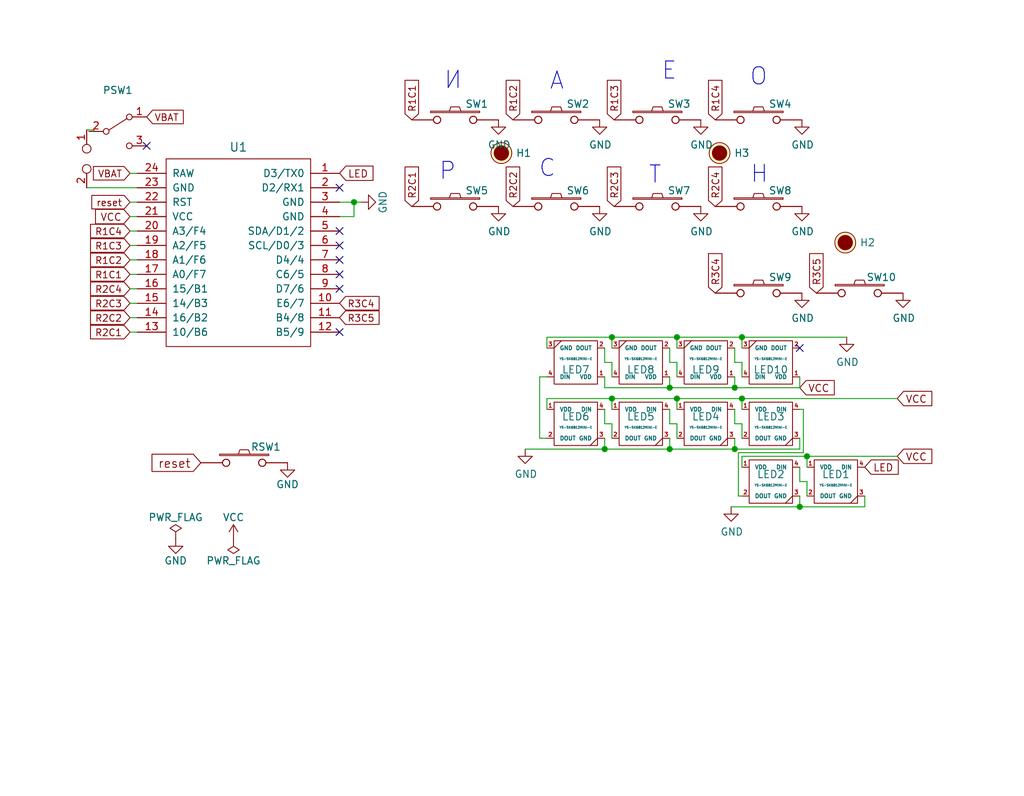
<source format=kicad_sch>
(kicad_sch (version 20250114) (generator "eeschema") (generator_version "9.0")
  (paper "User" 180.01 140.005)
  (title_block (title "РИСАТЕНО") (date "2021-02-28") (rev "0.5.2") (company "Aroum"))
  (lib_symbols
    (symbol "Connector:TestPoint_2Pole" (pin_names (offset 0.762) (hide yes))
      (property "Reference" "TP" (at 0 1.524 0))
      (property "Value" "TestPoint_2Pole" (at 0 -1.778 0))
      (symbol "TestPoint_2Pole_0_1"
        (circle (center -1.778 0) (radius 0.762))
        (circle (center 1.778 0) (radius 0.762))
        (pin passive line (at -5.08 0 0) (length 2.54) (name "1") (number "1"))
        (pin passive line (at 5.08 0 180) (length 2.54) (name "2") (number "2"))
      )
    )
    (symbol "PNCATEHO:ProMicro_r" (pin_names (offset 1.016))
      (property "Reference" "U" (at 1.27 22.86 0))
      (property "Value" "ProMicro_r" (at 1.27 -15.24 0))
      (symbol "ProMicro_r_0_1"
        (rectangle (start 13.97 20.32) (end -11.43 -12.7))
      )
      (symbol "ProMicro_r_1_1"
        (pin power_out line (at -16.51 17.78 0) (length 5.08) (name "RAW") (number "24"))
        (pin power_in line (at -16.51 15.24 0) (length 5.08) (name "GND") (number "23"))
        (pin input line (at -16.51 12.7 0) (length 5.08) (name "RST") (number "22"))
        (pin power_in line (at -16.51 10.16 0) (length 5.08) (name "VCC") (number "21"))
        (pin bidirectional line (at -16.51 7.62 0) (length 5.08) (name "A3/F4") (number "20"))
        (pin bidirectional line (at -16.51 5.08 0) (length 5.08) (name "A2/F5") (number "19"))
        (pin bidirectional line (at -16.51 2.54 0) (length 5.08) (name "A1/F6") (number "18"))
        (pin bidirectional line (at -16.51 0 0) (length 5.08) (name "A0/F7") (number "17"))
        (pin bidirectional line (at -16.51 -2.54 0) (length 5.08) (name "15/B1") (number "16"))
        (pin bidirectional line (at -16.51 -5.08 0) (length 5.08) (name "14/B3") (number "15"))
        (pin bidirectional line (at -16.51 -7.62 0) (length 5.08) (name "16/B2") (number "14"))
        (pin bidirectional line (at -16.51 -10.16 0) (length 5.08) (name "10/B6") (number "13"))
        (pin bidirectional line (at 19.05 17.78 180) (length 5.08) (name "D3/TX0") (number "1"))
        (pin bidirectional line (at 19.05 15.24 180) (length 5.08) (name "D2/RX1") (number "2"))
        (pin power_in line (at 19.05 12.7 180) (length 5.08) (name "GND") (number "3"))
        (pin power_in line (at 19.05 10.16 180) (length 5.08) (name "GND") (number "4"))
        (pin bidirectional line (at 19.05 7.62 180) (length 5.08) (name "SDA/D1/2") (number "5"))
        (pin bidirectional line (at 19.05 5.08 180) (length 5.08) (name "SCL/D0/3") (number "6"))
        (pin bidirectional line (at 19.05 2.54 180) (length 5.08) (name "D4/4") (number "7"))
        (pin bidirectional line (at 19.05 0 180) (length 5.08) (name "C6/5") (number "8"))
        (pin bidirectional line (at 19.05 -2.54 180) (length 5.08) (name "D7/6") (number "9"))
        (pin bidirectional line (at 19.05 -5.08 180) (length 5.08) (name "E6/7") (number "10"))
        (pin bidirectional line (at 19.05 -7.62 180) (length 5.08) (name "B4/8") (number "11"))
        (pin bidirectional line (at 19.05 -10.16 180) (length 5.08) (name "B5/9") (number "12"))
      )
    )
    (symbol "PNCATEHO:SW_PUSH" (pin_numbers (hide yes)) (pin_names (offset 1.016) (hide yes))
      (property "Reference" "SW" (at 3.81 2.794 0))
      (property "Value" "SW_PUSH" (at 0 -2.032 0))
      (symbol "SW_PUSH_0_1"
        (rectangle (start -4.318 1.27) (end 4.318 1.524))
        (polyline (pts (xy -1.016 1.524) (xy -0.762 2.286) (xy 0.762 2.286) (xy 1.016 1.524)))
        (pin passive inverted (at -7.62 0 0) (length 5.08) (name "1") (number "1"))
        (pin passive inverted (at 7.62 0 180) (length 5.08) (name "2") (number "2"))
      )
    )
    (symbol "PNCATEHO:YS-SK6812MINI-E" (pin_names (offset 1.016))
      (property "Reference" "LED" (at 0 0 0))
      (property "Value" "YS-SK6812MINI-E" (at 0 -1.524 0))
      (symbol "YS-SK6812MINI-E_0_1"
        (rectangle (start -3.81 3.81) (end 3.81 -3.81))
        (polyline (pts (xy 2.54 -3.81) (xy 3.81 -2.54)))
      )
      (symbol "YS-SK6812MINI-E_1_1"
        (pin power_in line (at -5.08 2.54 0) (length 1.1938) (name "VDD") (number "1"))
        (pin output line (at -5.08 -2.54 0) (length 1.1938) (name "DOUT") (number "2"))
        (pin input line (at 5.08 2.54 180) (length 1.1938) (name "DIN") (number "4"))
        (pin power_in line (at 5.08 -2.54 180) (length 1.1938) (name "GND") (number "3"))
      )
    )
    (symbol "Switch:SW_SPDT" (pin_names (offset 0) (hide yes))
      (property "Reference" "SW" (at 0 4.318 0))
      (property "Value" "SW_SPDT" (at 0 -5.08 0))
      (symbol "SW_SPDT_0_0"
        (circle (center -2.032 0) (radius 0.508))
        (circle (center 2.032 -2.54) (radius 0.508))
      )
      (symbol "SW_SPDT_0_1"
        (polyline (pts (xy -1.524 0.254) (xy 1.651 2.286)))
        (circle (center 2.032 2.54) (radius 0.508))
      )
      (symbol "SW_SPDT_1_1"
        (pin passive line (at -5.08 0 0) (length 2.54) (name "B") (number "2"))
        (pin passive line (at 5.08 2.54 180) (length 2.54) (name "A") (number "1"))
        (pin passive line (at 5.08 -2.54 180) (length 2.54) (name "C") (number "3"))
      )
    )
    (symbol "kbd:Hole" (pin_names (offset 1.016))
      (property "Reference" "H" (at 0 0 0))
      (symbol "Hole_0_1"
        (circle (center 0 0) (radius 1.27) (fill (type outline)))
        (circle (center 0 0) (radius 1.8288) (fill (type background)))
      )
    )
    (symbol "power:GND" (power) (pin_names (offset 0))
      (property "Value" "GND" (at 0 -3.81 0))
      (symbol "GND_0_1"
        (polyline (pts (xy 0 0) (xy 0 -1.27) (xy 1.27 -1.27) (xy 0 -2.54) (xy -1.27 -1.27) (xy 0 -1.27)))
      )
      (symbol "GND_1_1"
        (pin power_in line (at 0 0 270) (length 0) (hide yes) (name "GND") (number "1"))
      )
    )
    (symbol "power:PWR_FLAG" (power) (pin_numbers (hide yes)) (pin_names (offset 0) (hide yes))
      (property "Value" "PWR_FLAG" (at 0 3.81 0))
      (symbol "PWR_FLAG_0_0"
        (pin power_out line (at 0 0 90) (length 0) (name "pwr") (number "1"))
      )
      (symbol "PWR_FLAG_0_1"
        (polyline (pts (xy 0 0) (xy 0 1.27) (xy -1.016 1.905) (xy 0 2.54) (xy 1.016 1.905) (xy 0 1.27)))
      )
    )
    (symbol "power:VCC" (power) (pin_names (offset 0))
      (property "Value" "VCC" (at 0 3.81 0))
      (symbol "VCC_0_1"
        (polyline (pts (xy -0.762 1.27) (xy 0 2.54)))
        (polyline (pts (xy 0 2.54) (xy 0.762 1.27)))
        (polyline (pts (xy 0 0) (xy 0 2.54)))
      )
      (symbol "VCC_1_1"
        (pin power_in line (at 0 0 90) (length 0) (hide yes) (name "VCC") (number "1"))
      )
    )
  )
  (text "И\n" (at 77.978 16.002 0) (effects (font (size 3 3)) (justify left bottom)))
  (text "Т\n" (at 113.919 32.639 0) (effects (font (size 3 3)) (justify left bottom)))
  (text "Н\n" (at 131.826 32.512 0) (effects (font (size 3 3)) (justify left bottom)))
  (text "Р" (at 77.089 32.004 0) (effects (font (size 3 3)) (justify left bottom)))
  (text "Е" (at 116.205 14.351 0) (effects (font (size 3 3)) (justify left bottom)))
  (text "О\n" (at 131.699 15.367 0) (effects (font (size 3 3)) (justify left bottom)))
  (text "А\n" (at 96.52 16.129 0) (effects (font (size 3 3)) (justify left bottom)))
  (text "С" (at 94.615 31.496 0) (effects (font (size 3 3)) (justify left bottom)))
  (junction (at 62.23 35.56))
  (junction (at 130.429 59.309))
  (junction (at 118.999 59.309))
  (junction (at 129.159 78.994))
  (junction (at 129.159 68.199))
  (junction (at 130.429 70.104))
  (junction (at 140.589 89.154))
  (junction (at 118.999 70.104))
  (junction (at 141.859 80.264))
  (junction (at 107.569 70.104))
  (junction (at 117.729 68.199))
  (junction (at 117.729 78.994))
  (junction (at 107.569 59.309))
  (junction (at 106.299 78.994))
  (no_connect (at 25.781 25.654))
  (no_connect (at 59.69 40.64))
  (no_connect (at 140.589 61.214))
  (no_connect (at 59.69 58.42))
  (no_connect (at 59.69 33.02))
  (no_connect (at 59.69 48.26))
  (no_connect (at 59.69 50.8))
  (no_connect (at 59.69 43.18))
  (no_connect (at 59.69 45.72))
  (wire (pts (xy 96.139 70.104) (xy 96.139 72.009)))
  (wire (pts (xy 107.569 77.089) (xy 107.569 74.549)))
  (wire (pts (xy 96.139 77.089) (xy 94.869 77.089)))
  (wire (pts (xy 140.589 89.154) (xy 152.019 89.154)))
  (wire (pts (xy 24.13 55.88) (xy 22.86 55.88)))
  (wire (pts (xy 118.999 63.754) (xy 117.729 63.754)))
  (wire (pts (xy 118.999 66.294) (xy 118.999 63.754)))
  (wire (pts (xy 152.019 87.249) (xy 152.019 89.154)))
  (wire (pts (xy 129.159 68.199) (xy 140.589 68.199)))
  (wire (pts (xy 106.299 63.754) (xy 106.299 61.214)))
  (wire (pts (xy 24.13 48.26) (xy 22.86 48.26)))
  (wire (pts (xy 118.999 70.104) (xy 107.569 70.104)))
  (wire (pts (xy 141.859 87.249) (xy 141.859 84.709)))
  (wire (pts (xy 107.569 74.549) (xy 106.299 74.549)))
  (wire (pts (xy 24.13 30.48) (xy 22.86 30.48)))
  (wire (pts (xy 129.159 78.994) (xy 117.729 78.994)))
  (wire (pts (xy 130.429 74.549) (xy 129.159 74.549)))
  (wire (pts (xy 140.589 89.154) (xy 128.524 89.154)))
  (wire (pts (xy 130.429 87.249) (xy 129.794 87.249)))
  (wire (pts (xy 130.429 82.169) (xy 130.429 80.264)))
  (wire (pts (xy 24.13 43.18) (xy 22.86 43.18)))
  (wire (pts (xy 129.159 74.549) (xy 129.159 72.009)))
  (wire (pts (xy 118.999 70.104) (xy 118.999 72.009)))
  (wire (pts (xy 24.13 53.34) (xy 22.86 53.34)))
  (wire (pts (xy 107.569 59.309) (xy 96.139 59.309)))
  (wire (pts (xy 106.299 66.294) (xy 106.299 68.199)))
  (wire (pts (xy 118.999 77.089) (xy 118.999 74.549)))
  (wire (pts (xy 106.299 74.549) (xy 106.299 72.009)))
  (wire (pts (xy 22.86 35.56) (xy 24.13 35.56)))
  (wire (pts (xy 117.729 68.199) (xy 129.159 68.199)))
  (wire (pts (xy 157.734 70.104) (xy 130.429 70.104)))
  (wire (pts (xy 129.794 79.629) (xy 141.224 79.629)))
  (wire (pts (xy 62.23 35.56) (xy 62.23 38.1)))
  (wire (pts (xy 130.429 59.309) (xy 118.999 59.309)))
  (wire (pts (xy 15.24 33.02) (xy 24.13 33.02)))
  (wire (pts (xy 140.589 72.009) (xy 141.224 72.009)))
  (wire (pts (xy 129.794 87.249) (xy 129.794 79.629)))
  (wire (pts (xy 107.569 70.104) (xy 96.139 70.104)))
  (wire (pts (xy 130.429 63.754) (xy 129.159 63.754)))
  (wire (pts (xy 130.429 80.264) (xy 141.859 80.264)))
  (wire (pts (xy 118.999 59.309) (xy 118.999 61.214)))
  (wire (pts (xy 117.729 68.199) (xy 117.729 66.294)))
  (wire (pts (xy 94.869 66.294) (xy 96.139 66.294)))
  (wire (pts (xy 118.999 59.309) (xy 107.569 59.309)))
  (wire (pts (xy 140.589 87.249) (xy 140.589 89.154)))
  (wire (pts (xy 62.23 35.56) (xy 59.69 35.56)))
  (wire (pts (xy 117.729 74.549) (xy 117.729 72.009)))
  (wire (pts (xy 24.13 40.64) (xy 22.86 40.64)))
  (wire (pts (xy 130.429 77.089) (xy 130.429 74.549)))
  (wire (pts (xy 107.569 66.294) (xy 107.569 63.754)))
  (wire (pts (xy 94.869 66.294) (xy 94.869 77.089)))
  (wire (pts (xy 24.13 38.1) (xy 22.86 38.1)))
  (wire (pts (xy 96.139 59.309) (xy 96.139 61.214)))
  (wire (pts (xy 118.999 74.549) (xy 117.729 74.549)))
  (wire (pts (xy 107.569 63.754) (xy 106.299 63.754)))
  (wire (pts (xy 117.729 78.994) (xy 106.299 78.994)))
  (wire (pts (xy 59.69 38.1) (xy 62.23 38.1)))
  (wire (pts (xy 141.224 72.009) (xy 141.224 79.629)))
  (wire (pts (xy 62.23 35.56) (xy 63.5 35.56)))
  (wire (pts (xy 106.299 78.994) (xy 92.329 78.994)))
  (wire (pts (xy 129.159 68.199) (xy 129.159 66.294)))
  (wire (pts (xy 130.429 59.309) (xy 148.844 59.309)))
  (wire (pts (xy 24.13 50.8) (xy 22.86 50.8)))
  (wire (pts (xy 141.859 80.264) (xy 141.859 82.169)))
  (wire (pts (xy 107.569 59.309) (xy 107.569 61.214)))
  (wire (pts (xy 107.569 70.104) (xy 107.569 72.009)))
  (wire (pts (xy 15.24 22.86) (xy 16.51 22.86)))
  (wire (pts (xy 130.429 70.104) (xy 118.999 70.104)))
  (wire (pts (xy 129.159 78.994) (xy 129.159 77.089)))
  (wire (pts (xy 141.859 84.709) (xy 140.589 84.709)))
  (wire (pts (xy 130.429 72.009) (xy 130.429 70.104)))
  (wire (pts (xy 117.729 63.754) (xy 117.729 61.214)))
  (wire (pts (xy 16.51 23.114) (xy 15.621 23.114)))
  (wire (pts (xy 129.159 63.754) (xy 129.159 61.214)))
  (wire (pts (xy 141.859 80.264) (xy 157.734 80.264)))
  (wire (pts (xy 117.729 78.994) (xy 117.729 77.089)))
  (wire (pts (xy 140.589 84.709) (xy 140.589 82.169)))
  (wire (pts (xy 140.589 78.994) (xy 129.159 78.994)))
  (wire (pts (xy 140.589 77.089) (xy 140.589 78.994)))
  (wire (pts (xy 16.51 22.86) (xy 16.51 23.114)))
  (wire (pts (xy 106.299 78.994) (xy 106.299 77.089)))
  (wire (pts (xy 130.429 66.294) (xy 130.429 63.754)))
  (wire (pts (xy 24.13 58.42) (xy 22.86 58.42)))
  (wire (pts (xy 106.299 68.199) (xy 117.729 68.199)))
  (wire (pts (xy 140.589 68.199) (xy 140.589 66.294)))
  (wire (pts (xy 24.13 45.72) (xy 22.86 45.72)))
  (wire (pts (xy 130.429 61.214) (xy 130.429 59.309)))
  (global_label "R2C2" (shape input) (at 22.86 55.88 180) (effects (font (size 1.1938 1.1938))) (property "Intersheetrefs" "${INTERSHEET_REFS}" (effects (hide yes))))
  (global_label "VCC" (shape input) (at 157.734 80.264 0) (property "Intersheetrefs" "${INTERSHEET_REFS}" (effects (hide yes))))
  (global_label "VBAT" (shape input) (at 22.86 30.48 180) (effects (font (size 1.1938 1.1938))) (property "Intersheetrefs" "${INTERSHEET_REFS}" (effects (hide yes))))
  (global_label "R1C3" (shape input) (at 22.86 43.18 180) (effects (font (size 1.1938 1.1938))) (property "Intersheetrefs" "${INTERSHEET_REFS}" (effects (hide yes))))
  (global_label "R1C1" (shape input) (at 22.86 48.26 180) (effects (font (size 1.1938 1.1938))) (property "Intersheetrefs" "${INTERSHEET_REFS}" (effects (hide yes))))
  (global_label "R3C5" (shape input) (at 143.51 51.562 90) (effects (font (size 1.1938 1.1938))) (property "Intersheetrefs" "${INTERSHEET_REFS}" (effects (hide yes))))
  (global_label "R1C2" (shape input) (at 22.86 45.72 180) (effects (font (size 1.1938 1.1938))) (property "Intersheetrefs" "${INTERSHEET_REFS}" (effects (hide yes))))
  (global_label "R3C4" (shape input) (at 59.69 53.34 0) (effects (font (size 1.1938 1.1938))) (property "Intersheetrefs" "${INTERSHEET_REFS}" (effects (hide yes))))
  (global_label "VCC" (shape input) (at 140.589 68.199 0) (property "Intersheetrefs" "${INTERSHEET_REFS}" (effects (hide yes))))
  (global_label "LED" (shape input) (at 152.019 82.169 0) (property "Intersheetrefs" "${INTERSHEET_REFS}" (effects (hide yes))))
  (global_label "R3C4" (shape input) (at 125.73 51.562 90) (effects (font (size 1.1938 1.1938))) (property "Intersheetrefs" "${INTERSHEET_REFS}" (effects (hide yes))))
  (global_label "R1C4" (shape input) (at 22.86 40.64 180) (effects (font (size 1.1938 1.1938))) (property "Intersheetrefs" "${INTERSHEET_REFS}" (effects (hide yes))))
  (global_label "VCC" (shape input) (at 157.734 70.104 0) (property "Intersheetrefs" "${INTERSHEET_REFS}" (effects (hide yes))))
  (global_label "R2C3" (shape input) (at 107.95 36.322 90) (effects (font (size 1.1938 1.1938))) (property "Intersheetrefs" "${INTERSHEET_REFS}" (effects (hide yes))))
  (global_label "R2C1" (shape input) (at 72.39 36.322 90) (effects (font (size 1.1938 1.1938))) (property "Intersheetrefs" "${INTERSHEET_REFS}" (effects (hide yes))))
  (global_label "R3C5" (shape input) (at 59.69 55.88 0) (effects (font (size 1.1938 1.1938))) (property "Intersheetrefs" "${INTERSHEET_REFS}" (effects (hide yes))))
  (global_label "R1C2" (shape input) (at 90.17 21.082 90) (effects (font (size 1.1938 1.1938))) (property "Intersheetrefs" "${INTERSHEET_REFS}" (effects (hide yes))))
  (global_label "reset" (shape input) (at 22.86 35.56 180) (effects (font (size 1.1938 1.1938))) (property "Intersheetrefs" "${INTERSHEET_REFS}" (effects (hide yes))))
  (global_label "R1C1" (shape input) (at 72.39 21.082 90) (effects (font (size 1.1938 1.1938))) (property "Intersheetrefs" "${INTERSHEET_REFS}" (effects (hide yes))))
  (global_label "reset" (shape input) (at 35.306 81.407 180) (effects (font (size 1.524 1.524))) (property "Intersheetrefs" "${INTERSHEET_REFS}" (effects (hide yes))))
  (global_label "R2C4" (shape input) (at 22.86 50.8 180) (effects (font (size 1.1938 1.1938))) (property "Intersheetrefs" "${INTERSHEET_REFS}" (effects (hide yes))))
  (global_label "R2C2" (shape input) (at 90.17 36.322 90) (effects (font (size 1.1938 1.1938))) (property "Intersheetrefs" "${INTERSHEET_REFS}" (effects (hide yes))))
  (global_label "R1C4" (shape input) (at 125.73 21.082 90) (effects (font (size 1.1938 1.1938))) (property "Intersheetrefs" "${INTERSHEET_REFS}" (effects (hide yes))))
  (global_label "R2C3" (shape input) (at 22.86 53.34 180) (effects (font (size 1.1938 1.1938))) (property "Intersheetrefs" "${INTERSHEET_REFS}" (effects (hide yes))))
  (global_label "R2C1" (shape input) (at 22.86 58.42 180) (effects (font (size 1.1938 1.1938))) (property "Intersheetrefs" "${INTERSHEET_REFS}" (effects (hide yes))))
  (global_label "R1C3" (shape input) (at 107.95 21.082 90) (effects (font (size 1.1938 1.1938))) (property "Intersheetrefs" "${INTERSHEET_REFS}" (effects (hide yes))))
  (global_label "LED" (shape input) (at 59.69 30.48 0) (property "Intersheetrefs" "${INTERSHEET_REFS}" (effects (hide yes))))
  (global_label "R2C4" (shape input) (at 125.73 36.322 90) (effects (font (size 1.1938 1.1938))) (property "Intersheetrefs" "${INTERSHEET_REFS}" (effects (hide yes))))
  (global_label "VBAT" (shape input) (at 25.781 20.574 0) (effects (font (size 1.1938 1.1938))) (property "Intersheetrefs" "${INTERSHEET_REFS}" (effects (hide yes))))
  (global_label "VCC" (shape input) (at 22.86 38.1 180) (property "Intersheetrefs" "${INTERSHEET_REFS}" (effects (hide yes))))
  (symbol (lib_id "PNCATEHO:SW_PUSH") (at 80.01 21.082 0) (unit 1)
    (property "Reference" "SW1" (at 83.82 18.288 0))
    (property "Value" "SW_PUSH" (effects (hide yes)))
    (property "Footprint" "PNCATEHO:Kailh_socket_PG1350_reversible" (effects (hide yes)))
  )
  (symbol (lib_id "PNCATEHO:SW_PUSH") (at 97.79 21.082 0) (unit 1)
    (property "Reference" "SW2" (at 101.6 18.288 0))
    (property "Value" "SW_PUSH" (effects (hide yes)))
    (property "Footprint" "PNCATEHO:Kailh_socket_PG1350_reversible" (effects (hide yes)))
  )
  (symbol (lib_id "PNCATEHO:SW_PUSH") (at 115.57 21.082 0) (unit 1)
    (property "Reference" "SW3" (at 119.38 18.288 0))
    (property "Value" "SW_PUSH" (effects (hide yes)))
    (property "Footprint" "PNCATEHO:Kailh_socket_PG1350_reversible" (effects (hide yes)))
  )
  (symbol (lib_id "PNCATEHO:SW_PUSH") (at 133.35 21.082 0) (unit 1)
    (property "Reference" "SW4" (at 137.16 18.288 0))
    (property "Value" "SW_PUSH" (effects (hide yes)))
    (property "Footprint" "PNCATEHO:Kailh_socket_PG1350_reversible" (effects (hide yes)))
  )
  (symbol (lib_id "PNCATEHO:SW_PUSH") (at 80.01 36.322 0) (unit 1)
    (property "Reference" "SW5" (at 83.82 33.528 0))
    (property "Value" "SW_PUSH" (effects (hide yes)))
    (property "Footprint" "PNCATEHO:Kailh_socket_PG1350_reversible" (effects (hide yes)))
  )
  (symbol (lib_id "PNCATEHO:SW_PUSH") (at 97.79 36.322 0) (unit 1)
    (property "Reference" "SW6" (at 101.6 33.528 0))
    (property "Value" "SW_PUSH" (effects (hide yes)))
    (property "Footprint" "PNCATEHO:Kailh_socket_PG1350_reversible" (effects (hide yes)))
  )
  (symbol (lib_id "PNCATEHO:SW_PUSH") (at 115.57 36.322 0) (unit 1)
    (property "Reference" "SW7" (at 119.38 33.528 0))
    (property "Value" "SW_PUSH" (effects (hide yes)))
    (property "Footprint" "PNCATEHO:Kailh_socket_PG1350_reversible" (effects (hide yes)))
  )
  (symbol (lib_id "PNCATEHO:SW_PUSH") (at 133.35 36.322 0) (unit 1)
    (property "Reference" "SW8" (at 137.16 33.528 0))
    (property "Value" "SW_PUSH" (effects (hide yes)))
    (property "Footprint" "PNCATEHO:Kailh_socket_PG1350_reversible" (effects (hide yes)))
  )
  (symbol (lib_id "PNCATEHO:SW_PUSH") (at 133.35 51.562 0) (unit 1)
    (property "Reference" "SW9" (at 137.16 48.768 0))
    (property "Value" "SW_PUSH" (effects (hide yes)))
    (property "Footprint" "PNCATEHO:Kailh_socket_PG1350_reversible" (effects (hide yes)))
  )
  (symbol (lib_id "PNCATEHO:SW_PUSH") (at 151.13 51.562 0) (unit 1)
    (property "Reference" "SW10" (at 154.94 48.768 0))
    (property "Value" "SW_PUSH" (effects (hide yes)))
    (property "Footprint" "PNCATEHO:Kailh_socket_PG1350_reversible" (effects (hide yes)))
  )
  (symbol (lib_id "power:GND") (at 63.5 35.56 90) (unit 1)
    (property "Reference" "#PWR08" (effects (hide yes)))
    (property "Value" "GND" (at 67.31 35.56 0))
  )
  (symbol (lib_id "power:GND") (at 30.8864 94.8182 0) (unit 1)
    (property "Reference" "#PWR04" (effects (hide yes)))
    (property "Value" "GND" (at 30.8864 98.6282 0))
  )
  (symbol (lib_id "power:VCC") (at 41.0464 94.8182 0) (unit 1)
    (property "Reference" "#PWR05" (effects (hide yes)))
    (property "Value" "VCC" (at 41.0464 91.0082 0))
  )
  (symbol (lib_id "power:PWR_FLAG") (at 41.0464 94.8182 180) (unit 1)
    (property "Reference" "#FLG02" (effects (hide yes)))
    (property "Value" "PWR_FLAG" (at 41.0464 98.6282 0))
  )
  (symbol (lib_id "power:PWR_FLAG") (at 30.8864 94.8182 0) (unit 1)
    (property "Reference" "#FLG01" (effects (hide yes)))
    (property "Value" "PWR_FLAG" (at 30.8864 91.0082 0))
  )
  (symbol (lib_id "PNCATEHO:SW_PUSH") (at 42.926 81.407 0) (unit 1)
    (property "Reference" "RSW1" (at 46.736 78.613 0))
    (property "Value" "SW_PUSH" (effects (hide yes)))
    (property "Footprint" "PNCATEHO:SW_3x4x2_2legs_duplex" (effects (hide yes)))
  )
  (symbol (lib_id "power:GND") (at 50.546 81.407 0) (unit 1)
    (property "Reference" "#PWR0101" (effects (hide yes)))
    (property "Value" "GND" (at 50.546 85.217 0))
  )
  (symbol (lib_id "PNCATEHO:ProMicro_r") (at 40.64 48.26 0) (unit 1)
    (property "Reference" "U1" (at 41.91 25.8826 0) (effects (font (size 1.524 1.524))))
    (property "Value" "ProMicro_r" (effects (hide yes)))
    (property "Footprint" "PNCATEHO:ProMicro_duplex_mirrored" (effects (hide yes)))
  )
  (symbol (lib_id "power:GND") (at 140.97 36.322 0) (unit 1)
    (property "Reference" "#PWR0102" (effects (hide yes)))
    (property "Value" "GND" (at 141.097 40.7162 0))
  )
  (symbol (lib_id "power:GND") (at 123.19 36.322 0) (unit 1)
    (property "Reference" "#PWR0103" (effects (hide yes)))
    (property "Value" "GND" (at 123.317 40.7162 0))
  )
  (symbol (lib_id "power:GND") (at 105.41 36.322 0) (unit 1)
    (property "Reference" "#PWR0104" (effects (hide yes)))
    (property "Value" "GND" (at 105.537 40.7162 0))
  )
  (symbol (lib_id "power:GND") (at 87.63 36.322 0) (unit 1)
    (property "Reference" "#PWR0105" (effects (hide yes)))
    (property "Value" "GND" (at 87.757 40.7162 0))
  )
  (symbol (lib_id "power:GND") (at 140.97 51.562 0) (unit 1)
    (property "Reference" "#PWR0106" (effects (hide yes)))
    (property "Value" "GND" (at 141.097 55.9562 0))
  )
  (symbol (lib_id "power:GND") (at 158.75 51.562 0) (unit 1)
    (property "Reference" "#PWR0107" (effects (hide yes)))
    (property "Value" "GND" (at 158.877 55.9562 0))
  )
  (symbol (lib_id "power:GND") (at 140.97 21.082 0) (unit 1)
    (property "Reference" "#PWR0108" (effects (hide yes)))
    (property "Value" "GND" (at 141.097 25.4762 0))
  )
  (symbol (lib_id "power:GND") (at 123.19 21.082 0) (unit 1)
    (property "Reference" "#PWR0109" (effects (hide yes)))
    (property "Value" "GND" (at 123.317 25.4762 0))
  )
  (symbol (lib_id "power:GND") (at 105.41 21.082 0) (unit 1)
    (property "Reference" "#PWR0110" (effects (hide yes)))
    (property "Value" "GND" (at 105.537 25.4762 0))
  )
  (symbol (lib_id "power:GND") (at 87.63 21.082 0) (unit 1)
    (property "Reference" "#PWR0112" (effects (hide yes)))
    (property "Value" "GND" (at 87.757 25.4762 0))
  )
  (symbol (lib_id "power:GND") (at 128.524 89.154 0) (unit 1)
    (property "Reference" "#PWR0113" (effects (hide yes)))
    (property "Value" "GND" (at 128.651 93.5482 0))
  )
  (symbol (lib_id "PNCATEHO:YS-SK6812MINI-E") (at 146.939 84.709 0) (unit 1)
    (property "Reference" "LED1" (at 146.939 83.439 0) (effects (font (size 1.2954 1.2954))))
    (property "Value" "YS-SK6812MINI-E" (at 146.939 85.344 0) (effects (font (size 0.4064 0.4064))))
    (property "Footprint" "PNCATEHO:YS-SK6812MINI-E_duplex" (effects (hide yes)))
  )
  (symbol (lib_id "PNCATEHO:YS-SK6812MINI-E") (at 135.509 84.709 0) (unit 1)
    (property "Reference" "LED2" (at 135.509 83.439 0) (effects (font (size 1.2954 1.2954))))
    (property "Value" "YS-SK6812MINI-E" (at 135.509 85.344 0) (effects (font (size 0.4064 0.4064))))
    (property "Footprint" "PNCATEHO:YS-SK6812MINI-E_duplex" (effects (hide yes)))
  )
  (symbol (lib_id "PNCATEHO:YS-SK6812MINI-E") (at 135.509 74.549 0) (unit 1)
    (property "Reference" "LED3" (at 135.509 73.279 0) (effects (font (size 1.2954 1.2954))))
    (property "Value" "YS-SK6812MINI-E" (at 135.509 75.184 0) (effects (font (size 0.4064 0.4064))))
    (property "Footprint" "PNCATEHO:YS-SK6812MINI-E_duplex" (effects (hide yes)))
  )
  (symbol (lib_id "PNCATEHO:YS-SK6812MINI-E") (at 124.079 74.549 0) (unit 1)
    (property "Reference" "LED4" (at 124.079 73.279 0) (effects (font (size 1.2954 1.2954))))
    (property "Value" "YS-SK6812MINI-E" (at 124.079 75.184 0) (effects (font (size 0.4064 0.4064))))
    (property "Footprint" "PNCATEHO:YS-SK6812MINI-E_duplex" (effects (hide yes)))
  )
  (symbol (lib_id "PNCATEHO:YS-SK6812MINI-E") (at 112.649 74.549 0) (unit 1)
    (property "Reference" "LED5" (at 112.649 73.279 0) (effects (font (size 1.2954 1.2954))))
    (property "Value" "YS-SK6812MINI-E" (at 112.649 75.184 0) (effects (font (size 0.4064 0.4064))))
    (property "Footprint" "PNCATEHO:YS-SK6812MINI-E_duplex" (effects (hide yes)))
  )
  (symbol (lib_id "PNCATEHO:YS-SK6812MINI-E") (at 101.219 74.549 0) (unit 1)
    (property "Reference" "LED6" (at 101.219 73.279 0) (effects (font (size 1.2954 1.2954))))
    (property "Value" "YS-SK6812MINI-E" (at 101.219 75.184 0) (effects (font (size 0.4064 0.4064))))
    (property "Footprint" "PNCATEHO:YS-SK6812MINI-E_duplex" (effects (hide yes)))
  )
  (symbol (lib_id "PNCATEHO:YS-SK6812MINI-E") (at 135.509 63.754 180) (unit 1)
    (property "Reference" "LED10" (at 135.509 65.024 0) (effects (font (size 1.2954 1.2954))))
    (property "Value" "YS-SK6812MINI-E" (at 135.509 63.119 0) (effects (font (size 0.4064 0.4064))))
    (property "Footprint" "PNCATEHO:YS-SK6812MINI-E_duplex" (effects (hide yes)))
  )
  (symbol (lib_id "PNCATEHO:YS-SK6812MINI-E") (at 124.079 63.754 180) (unit 1)
    (property "Reference" "LED9" (at 124.079 65.024 0) (effects (font (size 1.2954 1.2954))))
    (property "Value" "YS-SK6812MINI-E" (at 124.079 63.119 0) (effects (font (size 0.4064 0.4064))))
    (property "Footprint" "PNCATEHO:YS-SK6812MINI-E_duplex" (effects (hide yes)))
  )
  (symbol (lib_id "PNCATEHO:YS-SK6812MINI-E") (at 112.649 63.754 180) (unit 1)
    (property "Reference" "LED8" (at 112.649 65.024 0) (effects (font (size 1.2954 1.2954))))
    (property "Value" "YS-SK6812MINI-E" (at 112.649 63.119 0) (effects (font (size 0.4064 0.4064))))
    (property "Footprint" "PNCATEHO:YS-SK6812MINI-E_duplex" (effects (hide yes)))
  )
  (symbol (lib_id "PNCATEHO:YS-SK6812MINI-E") (at 101.219 63.754 180) (unit 1)
    (property "Reference" "LED7" (at 101.219 65.024 0) (effects (font (size 1.2954 1.2954))))
    (property "Value" "YS-SK6812MINI-E" (at 101.219 63.119 0) (effects (font (size 0.4064 0.4064))))
    (property "Footprint" "PNCATEHO:YS-SK6812MINI-E_duplex" (effects (hide yes)))
  )
  (symbol (lib_id "power:GND") (at 148.844 59.309 0) (unit 1)
    (property "Reference" "#PWR0114" (effects (hide yes)))
    (property "Value" "GND" (at 148.971 63.7032 0))
  )
  (symbol (lib_id "power:GND") (at 92.329 78.994 0) (unit 1)
    (property "Reference" "#PWR0115" (effects (hide yes)))
    (property "Value" "GND" (at 92.456 83.3882 0))
  )
  (symbol (lib_id "kbd:Hole") (at 88.138 26.924 0) (unit 1)
    (property "Reference" "H1" (at 90.678 26.924 0) (effects (justify left)))
    (property "Value" "Hole" (effects (hide yes)))
    (property "Footprint" "PNCATEHO:Hole" (effects (hide yes)))
  )
  (symbol (lib_id "Connector:TestPoint_2Pole") (at 15.24 27.94 270) (unit 1)
    (property "Reference" "J1" (effects (hide yes)))
    (property "Value" "TestPoint_2Pole" (effects (hide yes)))
    (property "Footprint" "PNCATEHO:battery_conn_duplex" (effects (hide yes)))
  )
  (symbol (lib_id "kbd:Hole") (at 148.59 42.672 0) (unit 1)
    (property "Reference" "H2" (at 151.13 42.672 0) (effects (justify left)))
    (property "Value" "Hole" (effects (hide yes)))
    (property "Footprint" "PNCATEHO:Hole" (effects (hide yes)))
  )
  (symbol (lib_id "kbd:Hole") (at 126.492 26.924 0) (unit 1)
    (property "Reference" "H3" (at 129.032 26.924 0) (effects (justify left)))
    (property "Value" "Hole" (effects (hide yes)))
    (property "Footprint" "PNCATEHO:Hole" (effects (hide yes)))
  )
  (symbol (lib_id "Switch:SW_SPDT") (at 20.701 23.114 0) (unit 1)
    (property "Reference" "PSW1" (at 20.701 15.875 0))
    (property "Value" "SW_SPDT" (effects (hide yes)))
    (property "Footprint" "PNCATEHO:MSK-12C02_DUAL" (effects (hide yes)))
  )
)
</source>
